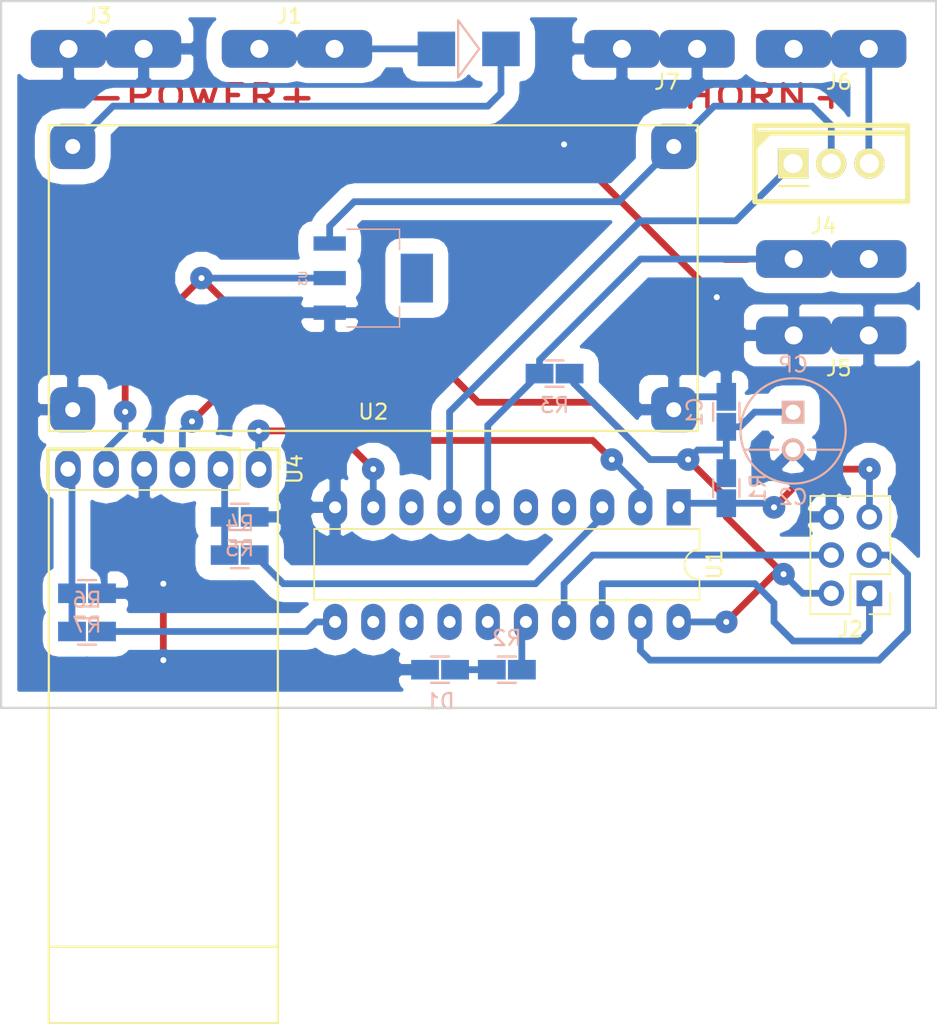
<source format=kicad_pcb>
(kicad_pcb (version 20170920) (host pcbnew "(2017-09-25 revision 6e440ff)-master")

  (general
    (thickness 1.6)
    (drawings 13)
    (tracks 145)
    (zones 0)
    (modules 23)
    (nets 28)
  )

  (page A4)
  (layers
    (0 F.Cu signal)
    (31 B.Cu signal)
    (32 B.Adhes user)
    (33 F.Adhes user)
    (34 B.Paste user)
    (35 F.Paste user)
    (36 B.SilkS user)
    (37 F.SilkS user)
    (38 B.Mask user)
    (39 F.Mask user)
    (40 Dwgs.User user)
    (41 Cmts.User user)
    (42 Eco1.User user)
    (43 Eco2.User user)
    (44 Edge.Cuts user)
    (45 Margin user)
    (46 B.CrtYd user)
    (47 F.CrtYd user)
    (48 B.Fab user)
    (49 F.Fab user)
  )

  (setup
    (last_trace_width 0.45)
    (user_trace_width 0.45)
    (trace_clearance 0.2)
    (zone_clearance 1)
    (zone_45_only no)
    (trace_min 0.2)
    (segment_width 0.2)
    (edge_width 0.15)
    (via_size 1.5)
    (via_drill 0.4)
    (via_min_size 0.4)
    (via_min_drill 0.3)
    (user_via 2 0.4)
    (uvia_size 0.3)
    (uvia_drill 0.1)
    (uvias_allowed no)
    (uvia_min_size 0.2)
    (uvia_min_drill 0.1)
    (pcb_text_width 0.3)
    (pcb_text_size 1.5 1.5)
    (mod_edge_width 0.15)
    (mod_text_size 1 1)
    (mod_text_width 0.15)
    (pad_size 1.524 1.524)
    (pad_drill 0.762)
    (pad_to_mask_clearance 0.2)
    (aux_axis_origin 123.19 82.55)
    (visible_elements FFFFFFFF)
    (pcbplotparams
      (layerselection 0x01000_7ffffffe)
      (usegerberextensions false)
      (usegerberattributes true)
      (usegerberadvancedattributes true)
      (creategerberjobfile true)
      (excludeedgelayer true)
      (linewidth 0.100000)
      (plotframeref false)
      (viasonmask false)
      (mode 1)
      (useauxorigin true)
      (hpglpennumber 1)
      (hpglpenspeed 20)
      (hpglpendiameter 15)
      (psnegative false)
      (psa4output false)
      (plotreference true)
      (plotvalue true)
      (plotinvisibletext false)
      (padsonsilk false)
      (subtractmaskfromsilk false)
      (outputformat 1)
      (mirror false)
      (drillshape 0)
      (scaleselection 1)
      (outputdirectory ""))
  )

  (net 0 "")
  (net 1 +12V)
  (net 2 GND)
  (net 3 "Net-(D1-Pad2)")
  (net 4 "Net-(R2-Pad1)")
  (net 5 "Net-(R4-Pad2)")
  (net 6 "Net-(U1-Pad13)")
  (net 7 "Net-(U1-Pad4)")
  (net 8 "Net-(U1-Pad5)")
  (net 9 "Net-(U1-Pad15)")
  (net 10 "Net-(U1-Pad8)")
  (net 11 "Net-(D2-Pad1)")
  (net 12 "Net-(D2-Pad2)")
  (net 13 +5V)
  (net 14 HORN)
  (net 15 RESET)
  (net 16 TX)
  (net 17 "Net-(R6-Pad2)")
  (net 18 BT_ENABLE)
  (net 19 MISO)
  (net 20 SCK)
  (net 21 MOSI)
  (net 22 BT_STATE)
  (net 23 RX)
  (net 24 "Net-(U1-Pad14)")
  (net 25 "Net-(U1-Pad12)")
  (net 26 "Net-(J6-Pad1)")
  (net 27 "Net-(J4-Pad1)")

  (net_class Default "This is the default net class."
    (clearance 0.2)
    (trace_width 0.25)
    (via_dia 1.5)
    (via_drill 0.4)
    (uvia_dia 0.3)
    (uvia_drill 0.1)
    (add_net +12V)
    (add_net +5V)
    (add_net BT_ENABLE)
    (add_net BT_STATE)
    (add_net GND)
    (add_net HORN)
    (add_net MISO)
    (add_net MOSI)
    (add_net "Net-(D1-Pad2)")
    (add_net "Net-(D2-Pad1)")
    (add_net "Net-(D2-Pad2)")
    (add_net "Net-(J4-Pad1)")
    (add_net "Net-(J6-Pad1)")
    (add_net "Net-(R2-Pad1)")
    (add_net "Net-(R4-Pad2)")
    (add_net "Net-(R6-Pad2)")
    (add_net "Net-(U1-Pad12)")
    (add_net "Net-(U1-Pad13)")
    (add_net "Net-(U1-Pad14)")
    (add_net "Net-(U1-Pad15)")
    (add_net "Net-(U1-Pad4)")
    (add_net "Net-(U1-Pad5)")
    (add_net "Net-(U1-Pad8)")
    (add_net RESET)
    (add_net RX)
    (add_net SCK)
    (add_net TX)
  )

  (module coddingtonbear/coddingtonbear.pretty:0805_Milling (layer B.Cu) (tedit 59D06948) (tstamp 59EFCE95)
    (at 129.54 74.295)
    (descr "Resistor SMD 0805, reflow soldering, Vishay (see dcrcw.pdf)")
    (tags "resistor 0805")
    (path /59CB1C6B)
    (attr smd)
    (fp_text reference R7 (at 0 2.1) (layer B.SilkS)
      (effects (font (size 1 1) (thickness 0.15)) (justify mirror))
    )
    (fp_text value 10k (at 0 -2.1) (layer B.Fab)
      (effects (font (size 1 1) (thickness 0.15)) (justify mirror))
    )
    (fp_line (start -0.6 0.875) (end 0.6 0.875) (layer B.SilkS) (width 0.15))
    (fp_line (start 0.6 -0.875) (end -0.6 -0.875) (layer B.SilkS) (width 0.15))
    (pad 2 smd rect (at 1 0) (size 1.85 1.3) (layers B.Cu B.Paste B.Mask)
      (net 2 GND))
    (pad 1 smd rect (at -1 0) (size 1.85 1.3) (layers B.Cu B.Paste B.Mask)
      (net 17 "Net-(R6-Pad2)"))
    (model Resistors_SMD.3dshapes/R_0805.wrl
      (at (xyz 0 0 0))
      (scale (xyz 1 1 1))
      (rotate (xyz 0 0 0))
    )
  )

  (module coddingtonbear/coddingtonbear.pretty:0805_Milling (layer B.Cu) (tedit 59D06948) (tstamp 59EFCE8D)
    (at 129.54 76.835 180)
    (descr "Resistor SMD 0805, reflow soldering, Vishay (see dcrcw.pdf)")
    (tags "resistor 0805")
    (path /59CB1C2F)
    (attr smd)
    (fp_text reference R6 (at 0 2.1 180) (layer B.SilkS)
      (effects (font (size 1 1) (thickness 0.15)) (justify mirror))
    )
    (fp_text value 6.8k (at 0 -2.1 180) (layer B.Fab)
      (effects (font (size 1 1) (thickness 0.15)) (justify mirror))
    )
    (fp_line (start -0.6 0.875) (end 0.6 0.875) (layer B.SilkS) (width 0.15))
    (fp_line (start 0.6 -0.875) (end -0.6 -0.875) (layer B.SilkS) (width 0.15))
    (pad 2 smd rect (at 1 0 180) (size 1.85 1.3) (layers B.Cu B.Paste B.Mask)
      (net 17 "Net-(R6-Pad2)"))
    (pad 1 smd rect (at -1 0 180) (size 1.85 1.3) (layers B.Cu B.Paste B.Mask)
      (net 18 BT_ENABLE))
    (model Resistors_SMD.3dshapes/R_0805.wrl
      (at (xyz 0 0 0))
      (scale (xyz 1 1 1))
      (rotate (xyz 0 0 0))
    )
  )

  (module coddingtonbear/coddingtonbear.pretty:0805_Milling (layer B.Cu) (tedit 59D06948) (tstamp 59EFCE85)
    (at 139.7 69.215)
    (descr "Resistor SMD 0805, reflow soldering, Vishay (see dcrcw.pdf)")
    (tags "resistor 0805")
    (path /59CB1BF7)
    (attr smd)
    (fp_text reference R5 (at 0 2.1) (layer B.SilkS)
      (effects (font (size 1 1) (thickness 0.15)) (justify mirror))
    )
    (fp_text value 10k (at 0 -2.1) (layer B.Fab)
      (effects (font (size 1 1) (thickness 0.15)) (justify mirror))
    )
    (fp_line (start -0.6 0.875) (end 0.6 0.875) (layer B.SilkS) (width 0.15))
    (fp_line (start 0.6 -0.875) (end -0.6 -0.875) (layer B.SilkS) (width 0.15))
    (pad 2 smd rect (at 1 0) (size 1.85 1.3) (layers B.Cu B.Paste B.Mask)
      (net 2 GND))
    (pad 1 smd rect (at -1 0) (size 1.85 1.3) (layers B.Cu B.Paste B.Mask)
      (net 5 "Net-(R4-Pad2)"))
    (model Resistors_SMD.3dshapes/R_0805.wrl
      (at (xyz 0 0 0))
      (scale (xyz 1 1 1))
      (rotate (xyz 0 0 0))
    )
  )

  (module coddingtonbear/coddingtonbear.pretty:0805_Milling (layer B.Cu) (tedit 59D06948) (tstamp 5A00832C)
    (at 139.7 71.755 180)
    (descr "Resistor SMD 0805, reflow soldering, Vishay (see dcrcw.pdf)")
    (tags "resistor 0805")
    (path /59CB1BA0)
    (attr smd)
    (fp_text reference R4 (at 0 2.1 180) (layer B.SilkS)
      (effects (font (size 1 1) (thickness 0.15)) (justify mirror))
    )
    (fp_text value 6.8k (at 0 -2.1 180) (layer B.Fab)
      (effects (font (size 1 1) (thickness 0.15)) (justify mirror))
    )
    (fp_line (start -0.6 0.875) (end 0.6 0.875) (layer B.SilkS) (width 0.15))
    (fp_line (start 0.6 -0.875) (end -0.6 -0.875) (layer B.SilkS) (width 0.15))
    (pad 2 smd rect (at 1 0 180) (size 1.85 1.3) (layers B.Cu B.Paste B.Mask)
      (net 5 "Net-(R4-Pad2)"))
    (pad 1 smd rect (at -1 0 180) (size 1.85 1.3) (layers B.Cu B.Paste B.Mask)
      (net 16 TX))
    (model Resistors_SMD.3dshapes/R_0805.wrl
      (at (xyz 0 0 0))
      (scale (xyz 1 1 1))
      (rotate (xyz 0 0 0))
    )
  )

  (module coddingtonbear/coddingtonbear.pretty:0805_Milling (layer B.Cu) (tedit 59D06948) (tstamp 5A008324)
    (at 160.655 59.69)
    (descr "Resistor SMD 0805, reflow soldering, Vishay (see dcrcw.pdf)")
    (tags "resistor 0805")
    (path /59C9BE7F)
    (attr smd)
    (fp_text reference R3 (at 0 2.1) (layer B.SilkS)
      (effects (font (size 1 1) (thickness 0.15)) (justify mirror))
    )
    (fp_text value 10k (at 0 -2.1) (layer B.Fab)
      (effects (font (size 1 1) (thickness 0.15)) (justify mirror))
    )
    (fp_line (start -0.6 0.875) (end 0.6 0.875) (layer B.SilkS) (width 0.15))
    (fp_line (start 0.6 -0.875) (end -0.6 -0.875) (layer B.SilkS) (width 0.15))
    (pad 2 smd rect (at 1 0) (size 1.85 1.3) (layers B.Cu B.Paste B.Mask)
      (net 13 +5V))
    (pad 1 smd rect (at -1 0) (size 1.85 1.3) (layers B.Cu B.Paste B.Mask)
      (net 27 "Net-(J4-Pad1)"))
    (model Resistors_SMD.3dshapes/R_0805.wrl
      (at (xyz 0 0 0))
      (scale (xyz 1 1 1))
      (rotate (xyz 0 0 0))
    )
  )

  (module coddingtonbear/coddingtonbear.pretty:0805_Milling (layer B.Cu) (tedit 59D06948) (tstamp 5A00831C)
    (at 157.48 79.375 180)
    (descr "Resistor SMD 0805, reflow soldering, Vishay (see dcrcw.pdf)")
    (tags "resistor 0805")
    (path /59C9C85B)
    (attr smd)
    (fp_text reference R2 (at 0 2.1 180) (layer B.SilkS)
      (effects (font (size 1 1) (thickness 0.15)) (justify mirror))
    )
    (fp_text value 1k (at 0 -2.1 180) (layer B.Fab)
      (effects (font (size 1 1) (thickness 0.15)) (justify mirror))
    )
    (fp_line (start -0.6 0.875) (end 0.6 0.875) (layer B.SilkS) (width 0.15))
    (fp_line (start 0.6 -0.875) (end -0.6 -0.875) (layer B.SilkS) (width 0.15))
    (pad 2 smd rect (at 1 0 180) (size 1.85 1.3) (layers B.Cu B.Paste B.Mask)
      (net 3 "Net-(D1-Pad2)"))
    (pad 1 smd rect (at -1 0 180) (size 1.85 1.3) (layers B.Cu B.Paste B.Mask)
      (net 4 "Net-(R2-Pad1)"))
    (model Resistors_SMD.3dshapes/R_0805.wrl
      (at (xyz 0 0 0))
      (scale (xyz 1 1 1))
      (rotate (xyz 0 0 0))
    )
  )

  (module coddingtonbear/coddingtonbear.pretty:0805_Milling (layer B.Cu) (tedit 59D06948) (tstamp 5A008314)
    (at 172.085 67.31 90)
    (descr "Resistor SMD 0805, reflow soldering, Vishay (see dcrcw.pdf)")
    (tags "resistor 0805")
    (path /59C9EA98)
    (attr smd)
    (fp_text reference R1 (at 0 2.1 90) (layer B.SilkS)
      (effects (font (size 1 1) (thickness 0.15)) (justify mirror))
    )
    (fp_text value 10k (at 0 -2.1 90) (layer B.Fab)
      (effects (font (size 1 1) (thickness 0.15)) (justify mirror))
    )
    (fp_line (start -0.6 0.875) (end 0.6 0.875) (layer B.SilkS) (width 0.15))
    (fp_line (start 0.6 -0.875) (end -0.6 -0.875) (layer B.SilkS) (width 0.15))
    (pad 2 smd rect (at 1 0 90) (size 1.85 1.3) (layers B.Cu B.Paste B.Mask)
      (net 13 +5V))
    (pad 1 smd rect (at -1 0 90) (size 1.85 1.3) (layers B.Cu B.Paste B.Mask)
      (net 15 RESET))
    (model Resistors_SMD.3dshapes/R_0805.wrl
      (at (xyz 0 0 0))
      (scale (xyz 1 1 1))
      (rotate (xyz 0 0 0))
    )
  )

  (module coddingtonbear/coddingtonbear.pretty:0805_Milling (layer B.Cu) (tedit 59D06948) (tstamp 5A00830C)
    (at 153.035 79.375)
    (descr "Resistor SMD 0805, reflow soldering, Vishay (see dcrcw.pdf)")
    (tags "resistor 0805")
    (path /59C9C724)
    (attr smd)
    (fp_text reference D1 (at 0 2.1) (layer B.SilkS)
      (effects (font (size 1 1) (thickness 0.15)) (justify mirror))
    )
    (fp_text value RED (at 0 -2.1) (layer B.Fab)
      (effects (font (size 1 1) (thickness 0.15)) (justify mirror))
    )
    (fp_line (start -0.6 0.875) (end 0.6 0.875) (layer B.SilkS) (width 0.15))
    (fp_line (start 0.6 -0.875) (end -0.6 -0.875) (layer B.SilkS) (width 0.15))
    (pad 2 smd rect (at 1 0) (size 1.85 1.3) (layers B.Cu B.Paste B.Mask)
      (net 3 "Net-(D1-Pad2)"))
    (pad 1 smd rect (at -1 0) (size 1.85 1.3) (layers B.Cu B.Paste B.Mask)
      (net 2 GND))
    (model Resistors_SMD.3dshapes/R_0805.wrl
      (at (xyz 0 0 0))
      (scale (xyz 1 1 1))
      (rotate (xyz 0 0 0))
    )
  )

  (module coddingtonbear/coddingtonbear.pretty:0805_Milling (layer B.Cu) (tedit 59D06948) (tstamp 5A008304)
    (at 172.085 62.23 270)
    (descr "Resistor SMD 0805, reflow soldering, Vishay (see dcrcw.pdf)")
    (tags "resistor 0805")
    (path /59C9E84C)
    (attr smd)
    (fp_text reference C1 (at 0 2.1 270) (layer B.SilkS)
      (effects (font (size 1 1) (thickness 0.15)) (justify mirror))
    )
    (fp_text value 0.1u (at 0 -2.1 270) (layer B.Fab)
      (effects (font (size 1 1) (thickness 0.15)) (justify mirror))
    )
    (fp_line (start -0.6 0.875) (end 0.6 0.875) (layer B.SilkS) (width 0.15))
    (fp_line (start 0.6 -0.875) (end -0.6 -0.875) (layer B.SilkS) (width 0.15))
    (pad 2 smd rect (at 1 0 270) (size 1.85 1.3) (layers B.Cu B.Paste B.Mask)
      (net 13 +5V))
    (pad 1 smd rect (at -1 0 270) (size 1.85 1.3) (layers B.Cu B.Paste B.Mask)
      (net 2 GND))
    (model Resistors_SMD.3dshapes/R_0805.wrl
      (at (xyz 0 0 0))
      (scale (xyz 1 1 1))
      (rotate (xyz 0 0 0))
    )
  )

  (module coddingtonbear/coddingtonbear.pretty:TAB (layer F.Cu) (tedit 59D063AF) (tstamp 59F517F0)
    (at 167.64 38.1)
    (path /59D065E7)
    (fp_text reference J7 (at 0.5 2.2) (layer F.SilkS)
      (effects (font (size 1 1) (thickness 0.15)))
    )
    (fp_text value HORN- (at 0.1 -2) (layer F.Fab)
      (effects (font (size 1 1) (thickness 0.15)))
    )
    (pad 1 thru_hole roundrect (at -2.5 0) (size 5 2.5) (drill 1.2) (layers *.Cu *.Mask)(roundrect_rratio 0.25)
      (net 2 GND))
    (pad 1 thru_hole roundrect (at 2.5 0) (size 5 2.5) (drill 1.2) (layers *.Cu *.Mask)(roundrect_rratio 0.25)
      (net 2 GND))
  )

  (module coddingtonbear/coddingtonbear.pretty:TAB (layer F.Cu) (tedit 59D063AF) (tstamp 59F517EA)
    (at 179.07 38.1)
    (path /59D064F1)
    (fp_text reference J6 (at 0.5 2.2) (layer F.SilkS)
      (effects (font (size 1 1) (thickness 0.15)))
    )
    (fp_text value HORN+ (at 0.1 -2) (layer F.Fab)
      (effects (font (size 1 1) (thickness 0.15)))
    )
    (pad 1 thru_hole roundrect (at 2.5 0) (size 5 2.5) (drill 1.2) (layers *.Cu *.Mask)(roundrect_rratio 0.25)
      (net 26 "Net-(J6-Pad1)"))
    (pad 1 thru_hole roundrect (at -2.5 0) (size 5 2.5) (drill 1.2) (layers *.Cu *.Mask)(roundrect_rratio 0.25)
      (net 26 "Net-(J6-Pad1)"))
  )

  (module coddingtonbear/coddingtonbear.pretty:TAB (layer F.Cu) (tedit 59D063AF) (tstamp 59F517E4)
    (at 179.07 57.15)
    (path /59D0722C)
    (fp_text reference J5 (at 0.5 2.2) (layer F.SilkS)
      (effects (font (size 1 1) (thickness 0.15)))
    )
    (fp_text value BUTTON+ (at 0.1 -2) (layer F.Fab)
      (effects (font (size 1 1) (thickness 0.15)))
    )
    (pad 1 thru_hole roundrect (at -2.5 0) (size 5 2.5) (drill 1.2) (layers *.Cu *.Mask)(roundrect_rratio 0.25)
      (net 2 GND))
    (pad 1 thru_hole roundrect (at 2.5 0) (size 5 2.5) (drill 1.2) (layers *.Cu *.Mask)(roundrect_rratio 0.25)
      (net 2 GND))
  )

  (module coddingtonbear/coddingtonbear.pretty:TAB (layer F.Cu) (tedit 59D063AF) (tstamp 59F517DE)
    (at 179.07 52.07 180)
    (path /59D07121)
    (fp_text reference J4 (at 0.5 2.2 180) (layer F.SilkS)
      (effects (font (size 1 1) (thickness 0.15)))
    )
    (fp_text value BUTTON- (at 0.1 -2 180) (layer F.Fab)
      (effects (font (size 1 1) (thickness 0.15)))
    )
    (pad 1 thru_hole roundrect (at 2.5 0 180) (size 5 2.5) (drill 1.2) (layers *.Cu *.Mask)(roundrect_rratio 0.25)
      (net 27 "Net-(J4-Pad1)"))
    (pad 1 thru_hole roundrect (at -2.5 0 180) (size 5 2.5) (drill 1.2) (layers *.Cu *.Mask)(roundrect_rratio 0.25)
      (net 27 "Net-(J4-Pad1)"))
  )

  (module coddingtonbear/coddingtonbear.pretty:TAB (layer F.Cu) (tedit 59D063AF) (tstamp 59F517D4)
    (at 130.81 38.1 180)
    (path /59D06C6F)
    (fp_text reference J3 (at 0.5 2.2 180) (layer F.SilkS)
      (effects (font (size 1 1) (thickness 0.15)))
    )
    (fp_text value GND (at 0.1 -2 180) (layer F.Fab)
      (effects (font (size 1 1) (thickness 0.15)))
    )
    (pad 1 thru_hole roundrect (at -2.5 0 180) (size 5 2.5) (drill 1.2) (layers *.Cu *.Mask)(roundrect_rratio 0.25)
      (net 2 GND))
    (pad 1 thru_hole roundrect (at 2.5 0 180) (size 5 2.5) (drill 1.2) (layers *.Cu *.Mask)(roundrect_rratio 0.25)
      (net 2 GND))
  )

  (module coddingtonbear/coddingtonbear.pretty:TAB (layer F.Cu) (tedit 59D063AF) (tstamp 59F517CF)
    (at 143.51 38.1 180)
    (path /59D06BF2)
    (fp_text reference J1 (at 0.5 2.2 180) (layer F.SilkS)
      (effects (font (size 1 1) (thickness 0.15)))
    )
    (fp_text value VCC (at 0.1 -2 180) (layer F.Fab)
      (effects (font (size 1 1) (thickness 0.15)))
    )
    (pad 1 thru_hole roundrect (at 2.5 0 180) (size 5 2.5) (drill 1.2) (layers *.Cu *.Mask)(roundrect_rratio 0.25)
      (net 12 "Net-(D2-Pad2)"))
    (pad 1 thru_hole roundrect (at -2.5 0 180) (size 5 2.5) (drill 1.2) (layers *.Cu *.Mask)(roundrect_rratio 0.25)
      (net 12 "Net-(D2-Pad2)"))
  )

  (module KiCad/Pin_Headers.pretty:Pin_Header_Straight_1x06_Pitch2.54mm (layer F.Cu) (tedit 59CC7EDA) (tstamp 5A008384)
    (at 140.97 66.04 270)
    (descr "Through hole straight pin header, 1x06, 2.54mm pitch, single row")
    (tags "Through hole pin header THT 1x06 2.54mm single row")
    (path /59C9F16B)
    (fp_text reference U4 (at 0 -2.39 270) (layer F.SilkS)
      (effects (font (size 1 1) (thickness 0.15)))
    )
    (fp_text value HC-05_breakout (at 0 15.09 270) (layer F.Fab)
      (effects (font (size 1 1) (thickness 0.15)))
    )
    (fp_line (start -1.27 -1.27) (end -1.27 13.97) (layer F.Fab) (width 0.1))
    (fp_line (start -1.27 13.97) (end 1.27 13.97) (layer F.Fab) (width 0.1))
    (fp_line (start 1.27 13.97) (end 1.27 -1.27) (layer F.Fab) (width 0.1))
    (fp_line (start 1.27 -1.27) (end -1.27 -1.27) (layer F.Fab) (width 0.1))
    (fp_line (start -1.39 1.27) (end -1.39 14.09) (layer F.SilkS) (width 0.12))
    (fp_line (start -1.39 14.09) (end 1.39 14.09) (layer F.SilkS) (width 0.12))
    (fp_line (start 1.39 14.09) (end 1.39 1.27) (layer F.SilkS) (width 0.12))
    (fp_line (start 1.39 1.27) (end -1.39 1.27) (layer F.SilkS) (width 0.12))
    (fp_line (start -1.39 0) (end -1.39 -1.39) (layer F.SilkS) (width 0.12))
    (fp_line (start -1.39 -1.39) (end 0 -1.39) (layer F.SilkS) (width 0.12))
    (fp_line (start -1.6 -1.6) (end -1.6 14.3) (layer F.CrtYd) (width 0.05))
    (fp_line (start -1.6 14.3) (end 1.6 14.3) (layer F.CrtYd) (width 0.05))
    (fp_line (start 1.6 14.3) (end 1.6 -1.6) (layer F.CrtYd) (width 0.05))
    (fp_line (start 1.6 -1.6) (end -1.6 -1.6) (layer F.CrtYd) (width 0.05))
    (fp_line (start -1.27 13.97) (end -1.27 -1.27) (layer F.SilkS) (width 0.15))
    (fp_line (start 36.83 13.97) (end -1.27 13.97) (layer F.SilkS) (width 0.15))
    (fp_line (start 36.83 -1.27) (end 36.83 13.97) (layer F.SilkS) (width 0.15))
    (fp_line (start -1.27 -1.27) (end 36.83 -1.27) (layer F.SilkS) (width 0.15))
    (fp_line (start 31.75 -1.27) (end 31.75 13.97) (layer F.SilkS) (width 0.15))
    (pad 1 thru_hole oval (at 0 0 270) (size 2.5 1.7) (drill 1) (layers *.Cu *.Mask)
      (net 22 BT_STATE))
    (pad 2 thru_hole oval (at 0 2.54 270) (size 2.5 1.7) (drill 1) (layers *.Cu *.Mask)
      (net 5 "Net-(R4-Pad2)"))
    (pad 3 thru_hole oval (at 0 5.08 270) (size 2.5 1.7) (drill 1) (layers *.Cu *.Mask)
      (net 23 RX))
    (pad 4 thru_hole oval (at 0 7.62 270) (size 2.5 1.7) (drill 1) (layers *.Cu *.Mask)
      (net 2 GND))
    (pad 5 thru_hole oval (at 0 10.16 270) (size 2.5 1.7) (drill 1) (layers *.Cu *.Mask)
      (net 13 +5V))
    (pad 6 thru_hole oval (at 0 12.7 270) (size 2.5 1.7) (drill 1) (layers *.Cu *.Mask)
      (net 17 "Net-(R6-Pad2)"))
    (model Pin_Headers.3dshapes/Pin_Header_Straight_1x06_Pitch2.54mm.wrl
      (at (xyz 0 -0.25 0))
      (scale (xyz 1 1 1))
      (rotate (xyz 0 0 90))
    )
  )

  (module usagi1975/kicad_mod.pretty:Capacitor_Electrolytic_D6.3xP2.5 (layer B.Cu) (tedit 54D6A3C9) (tstamp 5A5C82AF)
    (at 176.53 63.5)
    (descr "Capacitor, pol, cyl 5x6mm")
    (path /59C9EFEC)
    (fp_text reference C2 (at 0 4.4) (layer B.SilkS)
      (effects (font (size 1 1) (thickness 0.15)) (justify mirror))
    )
    (fp_text value CP (at 0 -4.4) (layer B.SilkS)
      (effects (font (size 1 1) (thickness 0.15)) (justify mirror))
    )
    (fp_line (start -1 1.25) (end -3.25 1.25) (layer B.SilkS) (width 0.15))
    (fp_line (start 1 1.25) (end 3.25 1.25) (layer B.SilkS) (width 0.15))
    (fp_circle (center 0 0) (end 3.5 0) (layer B.SilkS) (width 0.15))
    (pad 1 thru_hole rect (at 0 -1.25) (size 1.5 1.5) (drill 1) (layers *.Cu *.Mask B.SilkS)
      (net 13 +5V))
    (pad 2 thru_hole circle (at 0 1.25) (size 1.5 1.5) (drill 1) (layers *.Cu *.Mask B.SilkS)
      (net 2 GND))
    (model discret/Capacitor/cp_5x6mm.wrl
      (at (xyz 0 0 0))
      (scale (xyz 1 1 1))
      (rotate (xyz 0 0 0))
    )
  )

  (module adamgreig/agg-kicad/agg.pretty:DO-214AA-SMB (layer B.Cu) (tedit 5770EBF8) (tstamp 5A38455E)
    (at 154.94 38.1 180)
    (path /59C9EA7C)
    (fp_text reference D2 (at -4.35 0 90) (layer B.Fab)
      (effects (font (size 1 1) (thickness 0.15)) (justify mirror))
    )
    (fp_text value D (at 4.35 0 90) (layer B.Fab)
      (effects (font (size 1 1) (thickness 0.15)) (justify mirror))
    )
    (fp_line (start -2.3 1.97) (end 2.3 1.97) (layer B.Fab) (width 0.01))
    (fp_line (start 2.3 1.97) (end 2.3 -1.97) (layer B.Fab) (width 0.01))
    (fp_line (start 2.3 -1.97) (end -2.3 -1.97) (layer B.Fab) (width 0.01))
    (fp_line (start -2.3 -1.97) (end -2.3 1.97) (layer B.Fab) (width 0.01))
    (fp_line (start -1.15 1.97) (end -1.15 -1.97) (layer B.Fab) (width 0.01))
    (fp_line (start -2.8 1.105) (end -2.8 -1.105) (layer B.Fab) (width 0.01))
    (fp_line (start -2.8 1.105) (end -2.3 1.105) (layer B.Fab) (width 0.01))
    (fp_line (start -2.8 -1.105) (end -2.3 -1.105) (layer B.Fab) (width 0.01))
    (fp_line (start 2.8 1.105) (end 2.8 -1.105) (layer B.Fab) (width 0.01))
    (fp_line (start 2.8 1.105) (end 2.3 1.105) (layer B.Fab) (width 0.01))
    (fp_line (start 2.8 -1.105) (end 2.3 -1.105) (layer B.Fab) (width 0.01))
    (fp_line (start -0.7 0) (end 0.7 1.895) (layer B.SilkS) (width 0.15))
    (fp_line (start -0.7 0) (end 0.7 -1.895) (layer B.SilkS) (width 0.15))
    (fp_line (start 0.7 1.895) (end 0.7 -1.895) (layer B.SilkS) (width 0.15))
    (fp_line (start -3.65 2.25) (end 3.65 2.25) (layer B.CrtYd) (width 0.01))
    (fp_line (start 3.65 2.25) (end 3.65 -2.25) (layer B.CrtYd) (width 0.01))
    (fp_line (start 3.65 -2.25) (end -3.65 -2.25) (layer B.CrtYd) (width 0.01))
    (fp_line (start -3.65 -2.25) (end -3.65 2.25) (layer B.CrtYd) (width 0.01))
    (pad 1 smd rect (at -2.15 0 180) (size 2.5 2.3) (layers B.Cu B.Paste B.Mask)
      (net 11 "Net-(D2-Pad1)"))
    (pad 2 smd rect (at 2.15 0 180) (size 2.5 2.3) (layers B.Cu B.Paste B.Mask)
      (net 12 "Net-(D2-Pad2)"))
    (model ${KISYS3DMOD}/Diodes_SMD.3dshapes/SMB_Standard.wrl
      (at (xyz 0 0 0))
      (scale (xyz 0.3937 0.3937 0.3937))
      (rotate (xyz 0 0 180))
    )
  )

  (module KiCad/Housings_DIP.pretty:DIP-20_W7.62mm_LongPads (layer F.Cu) (tedit 586281B5) (tstamp 5A0083E8)
    (at 168.91 68.58 270)
    (descr "20-lead dip package, row spacing 7.62 mm (300 mils), LongPads")
    (tags "DIL DIP PDIP 2.54mm 7.62mm 300mil LongPads")
    (path /59C9BBF9)
    (fp_text reference U1 (at 3.81 -2.39 270) (layer F.SilkS)
      (effects (font (size 1 1) (thickness 0.15)))
    )
    (fp_text value ATTINY2313-20PU (at 3.81 25.25 270) (layer F.Fab)
      (effects (font (size 1 1) (thickness 0.15)))
    )
    (fp_arc (start 3.81 -1.39) (end 2.81 -1.39) (angle -180) (layer F.SilkS) (width 0.12))
    (fp_line (start 1.635 -1.27) (end 6.985 -1.27) (layer F.Fab) (width 0.1))
    (fp_line (start 6.985 -1.27) (end 6.985 24.13) (layer F.Fab) (width 0.1))
    (fp_line (start 6.985 24.13) (end 0.635 24.13) (layer F.Fab) (width 0.1))
    (fp_line (start 0.635 24.13) (end 0.635 -0.27) (layer F.Fab) (width 0.1))
    (fp_line (start 0.635 -0.27) (end 1.635 -1.27) (layer F.Fab) (width 0.1))
    (fp_line (start 2.81 -1.39) (end 1.44 -1.39) (layer F.SilkS) (width 0.12))
    (fp_line (start 1.44 -1.39) (end 1.44 24.25) (layer F.SilkS) (width 0.12))
    (fp_line (start 1.44 24.25) (end 6.18 24.25) (layer F.SilkS) (width 0.12))
    (fp_line (start 6.18 24.25) (end 6.18 -1.39) (layer F.SilkS) (width 0.12))
    (fp_line (start 6.18 -1.39) (end 4.81 -1.39) (layer F.SilkS) (width 0.12))
    (fp_line (start -1.5 -1.6) (end -1.5 24.4) (layer F.CrtYd) (width 0.05))
    (fp_line (start -1.5 24.4) (end 9.1 24.4) (layer F.CrtYd) (width 0.05))
    (fp_line (start 9.1 24.4) (end 9.1 -1.6) (layer F.CrtYd) (width 0.05))
    (fp_line (start 9.1 -1.6) (end -1.5 -1.6) (layer F.CrtYd) (width 0.05))
    (pad 1 thru_hole rect (at 0 0 270) (size 2.4 1.6) (drill 0.8) (layers *.Cu *.Mask)
      (net 15 RESET))
    (pad 11 thru_hole oval (at 7.62 22.86 270) (size 2.4 1.6) (drill 0.8) (layers *.Cu *.Mask)
      (net 18 BT_ENABLE))
    (pad 2 thru_hole oval (at 0 2.54 270) (size 2.4 1.6) (drill 0.8) (layers *.Cu *.Mask)
      (net 23 RX))
    (pad 12 thru_hole oval (at 7.62 20.32 270) (size 2.4 1.6) (drill 0.8) (layers *.Cu *.Mask)
      (net 25 "Net-(U1-Pad12)"))
    (pad 3 thru_hole oval (at 0 5.08 270) (size 2.4 1.6) (drill 0.8) (layers *.Cu *.Mask)
      (net 16 TX))
    (pad 13 thru_hole oval (at 7.62 17.78 270) (size 2.4 1.6) (drill 0.8) (layers *.Cu *.Mask)
      (net 6 "Net-(U1-Pad13)"))
    (pad 4 thru_hole oval (at 0 7.62 270) (size 2.4 1.6) (drill 0.8) (layers *.Cu *.Mask)
      (net 7 "Net-(U1-Pad4)"))
    (pad 14 thru_hole oval (at 7.62 15.24 270) (size 2.4 1.6) (drill 0.8) (layers *.Cu *.Mask)
      (net 24 "Net-(U1-Pad14)"))
    (pad 5 thru_hole oval (at 0 10.16 270) (size 2.4 1.6) (drill 0.8) (layers *.Cu *.Mask)
      (net 8 "Net-(U1-Pad5)"))
    (pad 15 thru_hole oval (at 7.62 12.7 270) (size 2.4 1.6) (drill 0.8) (layers *.Cu *.Mask)
      (net 9 "Net-(U1-Pad15)"))
    (pad 6 thru_hole oval (at 0 12.7 270) (size 2.4 1.6) (drill 0.8) (layers *.Cu *.Mask)
      (net 27 "Net-(J4-Pad1)"))
    (pad 16 thru_hole oval (at 7.62 10.16 270) (size 2.4 1.6) (drill 0.8) (layers *.Cu *.Mask)
      (net 4 "Net-(R2-Pad1)"))
    (pad 7 thru_hole oval (at 0 15.24 270) (size 2.4 1.6) (drill 0.8) (layers *.Cu *.Mask)
      (net 14 HORN))
    (pad 17 thru_hole oval (at 7.62 7.62 270) (size 2.4 1.6) (drill 0.8) (layers *.Cu *.Mask)
      (net 21 MOSI))
    (pad 8 thru_hole oval (at 0 17.78 270) (size 2.4 1.6) (drill 0.8) (layers *.Cu *.Mask)
      (net 10 "Net-(U1-Pad8)"))
    (pad 18 thru_hole oval (at 7.62 5.08 270) (size 2.4 1.6) (drill 0.8) (layers *.Cu *.Mask)
      (net 19 MISO))
    (pad 9 thru_hole oval (at 0 20.32 270) (size 2.4 1.6) (drill 0.8) (layers *.Cu *.Mask)
      (net 22 BT_STATE))
    (pad 19 thru_hole oval (at 7.62 2.54 270) (size 2.4 1.6) (drill 0.8) (layers *.Cu *.Mask)
      (net 20 SCK))
    (pad 10 thru_hole oval (at 0 22.86 270) (size 2.4 1.6) (drill 0.8) (layers *.Cu *.Mask)
      (net 2 GND))
    (pad 20 thru_hole oval (at 7.62 0 270) (size 2.4 1.6) (drill 0.8) (layers *.Cu *.Mask)
      (net 13 +5V))
    (model Housings_DIP.3dshapes/DIP-20_W7.62mm_LongPads.wrl
      (at (xyz 0 0 0))
      (scale (xyz 1 1 1))
      (rotate (xyz 0 0 0))
    )
  )

  (module KiCad/Pin_Headers.pretty:Pin_Header_Straight_2x03_Pitch2.54mm (layer F.Cu) (tedit 5862ED53) (tstamp 5A008352)
    (at 181.61 74.295 180)
    (descr "Through hole straight pin header, 2x03, 2.54mm pitch, double rows")
    (tags "Through hole pin header THT 2x03 2.54mm double row")
    (path /59CB3FA3)
    (fp_text reference J2 (at 1.27 -2.39 180) (layer F.SilkS)
      (effects (font (size 1 1) (thickness 0.15)))
    )
    (fp_text value PROG (at 1.27 7.47 180) (layer F.Fab)
      (effects (font (size 1 1) (thickness 0.15)))
    )
    (fp_line (start -1.27 -1.27) (end -1.27 6.35) (layer F.Fab) (width 0.1))
    (fp_line (start -1.27 6.35) (end 3.81 6.35) (layer F.Fab) (width 0.1))
    (fp_line (start 3.81 6.35) (end 3.81 -1.27) (layer F.Fab) (width 0.1))
    (fp_line (start 3.81 -1.27) (end -1.27 -1.27) (layer F.Fab) (width 0.1))
    (fp_line (start -1.39 1.27) (end -1.39 6.47) (layer F.SilkS) (width 0.12))
    (fp_line (start -1.39 6.47) (end 3.93 6.47) (layer F.SilkS) (width 0.12))
    (fp_line (start 3.93 6.47) (end 3.93 -1.39) (layer F.SilkS) (width 0.12))
    (fp_line (start 3.93 -1.39) (end 1.27 -1.39) (layer F.SilkS) (width 0.12))
    (fp_line (start 1.27 -1.39) (end 1.27 1.27) (layer F.SilkS) (width 0.12))
    (fp_line (start 1.27 1.27) (end -1.39 1.27) (layer F.SilkS) (width 0.12))
    (fp_line (start -1.39 0) (end -1.39 -1.39) (layer F.SilkS) (width 0.12))
    (fp_line (start -1.39 -1.39) (end 0 -1.39) (layer F.SilkS) (width 0.12))
    (fp_line (start -1.6 -1.6) (end -1.6 6.6) (layer F.CrtYd) (width 0.05))
    (fp_line (start -1.6 6.6) (end 4.1 6.6) (layer F.CrtYd) (width 0.05))
    (fp_line (start 4.1 6.6) (end 4.1 -1.6) (layer F.CrtYd) (width 0.05))
    (fp_line (start 4.1 -1.6) (end -1.6 -1.6) (layer F.CrtYd) (width 0.05))
    (pad 1 thru_hole rect (at 0 0 180) (size 1.7 1.7) (drill 1) (layers *.Cu *.Mask)
      (net 19 MISO))
    (pad 2 thru_hole oval (at 2.54 0 180) (size 1.7 1.7) (drill 1) (layers *.Cu *.Mask)
      (net 13 +5V))
    (pad 3 thru_hole oval (at 0 2.54 180) (size 1.7 1.7) (drill 1) (layers *.Cu *.Mask)
      (net 20 SCK))
    (pad 4 thru_hole oval (at 2.54 2.54 180) (size 1.7 1.7) (drill 1) (layers *.Cu *.Mask)
      (net 21 MOSI))
    (pad 5 thru_hole oval (at 0 5.08 180) (size 1.7 1.7) (drill 1) (layers *.Cu *.Mask)
      (net 15 RESET))
    (pad 6 thru_hole oval (at 2.54 5.08 180) (size 1.7 1.7) (drill 1) (layers *.Cu *.Mask)
      (net 2 GND))
    (model Pin_Headers.3dshapes/Pin_Header_Straight_2x03_Pitch2.54mm.wrl
      (at (xyz 0.05 -0.1 0))
      (scale (xyz 1 1 1))
      (rotate (xyz 0 0 90))
    )
  )

  (module brunoeagle/kicad-open-modules:SOT-223 (layer B.Cu) (tedit 552C379F) (tstamp 5A008338)
    (at 148.59 53.34 90)
    (path /59C9B2A4)
    (fp_text reference U3 (at -0.014 -4.667 -90) (layer B.SilkS)
      (effects (font (size 0.5 0.5) (thickness 0.1)) (justify mirror))
    )
    (fp_text value AP1117-5.0 (at 3.868 0) (layer B.Fab)
      (effects (font (size 0.5 0.5) (thickness 0.1)) (justify mirror))
    )
    (fp_line (start -3.25 -1.75) (end -3.25 1.75) (layer B.SilkS) (width 0.1))
    (fp_line (start -3.25 1.75) (end -1.9 1.75) (layer B.SilkS) (width 0.1))
    (fp_line (start 3.25 1.75) (end 1.9 1.75) (layer B.SilkS) (width 0.1))
    (fp_line (start 3.25 1.75) (end 3.25 -1.75) (layer B.SilkS) (width 0.1))
    (pad 3 smd rect (at 2.3 -2.9 90) (size 0.95 2.15) (layers B.Cu B.Paste B.Mask)
      (net 1 +12V))
    (pad 2 smd rect (at 0 -2.9 90) (size 0.95 2.15) (layers B.Cu B.Paste B.Mask)
      (net 13 +5V))
    (pad 1 smd rect (at -2.3 -2.9 90) (size 0.95 2.15) (layers B.Cu B.Paste B.Mask)
      (net 2 GND))
    (pad 4 smd rect (at 0 2.9 90) (size 3.25 2.15) (layers B.Cu B.Paste B.Mask))
  )

  (module coddingtonbear/coddingtonbear.pretty:BOOST_REGULATOR (layer F.Cu) (tedit 59B5011A) (tstamp 5A0082FC)
    (at 148.59 53.34)
    (path /59C9AB0F)
    (fp_text reference U2 (at 0 8.89) (layer F.SilkS)
      (effects (font (size 1 1) (thickness 0.15)))
    )
    (fp_text value BOOST_REGULATOR (at 0 -8.89) (layer F.Fab)
      (effects (font (size 1 1) (thickness 0.15)))
    )
    (fp_line (start -21.59 10.16) (end -21.59 -10.16) (layer F.SilkS) (width 0.15))
    (fp_line (start 21.59 10.16) (end -21.59 10.16) (layer F.SilkS) (width 0.15))
    (fp_line (start 21.59 -10.16) (end 21.59 10.16) (layer F.SilkS) (width 0.15))
    (fp_line (start -21.59 -10.16) (end 21.59 -10.16) (layer F.SilkS) (width 0.15))
    (pad 1 thru_hole roundrect (at -20 -8.75) (size 3 3) (drill 1) (layers *.Cu *.Mask)(roundrect_rratio 0.25)
      (net 11 "Net-(D2-Pad1)"))
    (pad 2 thru_hole roundrect (at -20 8.75) (size 3 3) (drill 1) (layers *.Cu *.Mask)(roundrect_rratio 0.25)
      (net 2 GND))
    (pad 3 thru_hole roundrect (at 20 -8.75) (size 3 3) (drill 1) (layers *.Cu *.Mask)(roundrect_rratio 0.25)
      (net 1 +12V))
    (pad 4 thru_hole roundrect (at 20 8.75) (size 3 3) (drill 1) (layers *.Cu *.Mask)(roundrect_rratio 0.25)
      (net 2 GND))
  )

  (module cpavlina/kicad-pcblib/pth-semi.pretty:TO-220 (layer F.Cu) (tedit 54CBD66A) (tstamp 5A0082F0)
    (at 179.07 45.72)
    (path /59C9B762)
    (fp_text reference Q1 (at 0 0) (layer F.SilkS)
      (effects (font (size 0.8 0.8) (thickness 0.15)))
    )
    (fp_text value Q_NMOS_GDS (at 0 0) (layer F.Fab)
      (effects (font (size 0.8 0.8) (thickness 0.15)))
    )
    (fp_line (start -5 -1.75) (end -4.75 -2) (layer F.Fab) (width 0.15))
    (fp_line (start -4.5 -2) (end -5 -1.5) (layer F.Fab) (width 0.15))
    (fp_line (start -5 -1.25) (end -4.25 -2) (layer F.Fab) (width 0.15))
    (fp_line (start -4 -2) (end -5 -1) (layer F.Fab) (width 0.15))
    (fp_line (start -5 -2) (end 5 -2) (layer F.Fab) (width 0.15))
    (fp_line (start 5 2.5) (end 5 -2.5) (layer F.Fab) (width 0.15))
    (fp_line (start 5 -2.5) (end -5 -2.5) (layer F.Fab) (width 0.15))
    (fp_line (start -5 -2.5) (end -5 2.5) (layer F.Fab) (width 0.15))
    (fp_line (start -5 2.5) (end 5 2.5) (layer F.Fab) (width 0.15))
    (fp_line (start 5.5 2.75) (end 5.5 -3.25) (layer F.CrtYd) (width 0.15))
    (fp_line (start 5.5 -3.25) (end -5.5 -3.25) (layer F.CrtYd) (width 0.15))
    (fp_line (start -5.5 -3.25) (end -5.5 2.75) (layer F.CrtYd) (width 0.15))
    (fp_line (start -5.5 2.75) (end 5.5 2.75) (layer F.CrtYd) (width 0.15))
    (fp_line (start -3.5 1.5) (end -1.5 1.5) (layer F.SilkS) (width 0.15))
    (fp_line (start -5.0292 -1.1176) (end -4.1656 -1.9812) (layer F.SilkS) (width 0.35))
    (fp_line (start -4.572 -2.032) (end -5.08 -1.524) (layer F.SilkS) (width 0.35))
    (fp_line (start -5.08 -2.032) (end 5.08 -2.032) (layer F.SilkS) (width 0.35))
    (fp_line (start -5.08 -2.54) (end -5.08 2.54) (layer F.SilkS) (width 0.35))
    (fp_line (start -5.08 2.54) (end 5.08 2.54) (layer F.SilkS) (width 0.35))
    (fp_line (start 5.08 2.54) (end 5.08 -2.54) (layer F.SilkS) (width 0.35))
    (fp_line (start 5.08 -2.54) (end -5.08 -2.54) (layer F.SilkS) (width 0.35))
    (pad 2 thru_hole circle (at 0 0) (size 1.99898 1.99898) (drill 1.27) (layers *.Cu *.Mask F.SilkS)
      (net 1 +12V))
    (pad 1 thru_hole rect (at -2.54 0) (size 1.99898 1.99898) (drill 1.27) (layers *.Cu *.Mask F.SilkS)
      (net 14 HORN))
    (pad 3 thru_hole circle (at 2.54 0) (size 1.99898 1.99898) (drill 1.27) (layers *.Cu *.Mask F.SilkS)
      (net 26 "Net-(J6-Pad1)"))
    (model to/to220_std.wrl
      (at (xyz 0 0 0))
      (scale (xyz 1 1 1))
      (rotate (xyz 0 0 0))
    )
  )

  (gr_text ACT (at 181.61 60.96) (layer F.Cu) (tstamp 59F52782)
    (effects (font (size 1.5 2) (thickness 0.3)))
  )
  (gr_text POWER (at 137.16 41.275) (layer F.Cu) (tstamp 59F52777)
    (effects (font (size 1.5 2) (thickness 0.3)))
  )
  (gr_text HORN (at 173.355 41.275) (layer F.Cu)
    (effects (font (size 1.5 2) (thickness 0.3)))
  )
  (gr_text + (at 172.72 57.15) (layer F.Cu) (tstamp 59F5276E)
    (effects (font (size 1.5 2) (thickness 0.3)) (justify mirror))
  )
  (gr_text - (at 172.72 52.07) (layer F.Cu) (tstamp 59F5276C)
    (effects (font (size 1.5 2) (thickness 0.3)) (justify mirror))
  )
  (gr_text + (at 179.07 41.275) (layer F.Cu) (tstamp 59F5276A)
    (effects (font (size 1.5 2) (thickness 0.3)) (justify mirror))
  )
  (gr_text - (at 167.64 41.275) (layer F.Cu) (tstamp 59F52768)
    (effects (font (size 1.5 2) (thickness 0.3)) (justify mirror))
  )
  (gr_text + (at 143.51 41.275) (layer F.Cu) (tstamp 59F52764)
    (effects (font (size 1.5 2) (thickness 0.3)) (justify mirror))
  )
  (gr_text - (at 130.81 41.275) (layer F.Cu)
    (effects (font (size 1.5 2) (thickness 0.3)) (justify mirror))
  )
  (gr_line (start 123.825 81.915) (end 123.825 34.925) (angle 90) (layer Edge.Cuts) (width 0.15))
  (gr_line (start 186.055 81.915) (end 123.825 81.915) (angle 90) (layer Edge.Cuts) (width 0.15))
  (gr_line (start 186.055 34.925) (end 186.055 81.915) (angle 90) (layer Edge.Cuts) (width 0.15))
  (gr_line (start 123.825 34.925) (end 186.055 34.925) (angle 90) (layer Edge.Cuts) (width 0.15))

  (segment (start 145.69 51.04) (end 145.69 49.89) (width 0.45) (layer B.Cu) (net 1) (status 400000))
  (segment (start 164.92 48.26) (end 168.59 44.59) (width 0.45) (layer B.Cu) (net 1) (tstamp 59F52742) (status 800000))
  (segment (start 147.32 48.26) (end 164.92 48.26) (width 0.45) (layer B.Cu) (net 1) (tstamp 59F52741))
  (segment (start 145.69 49.89) (end 147.32 48.26) (width 0.45) (layer B.Cu) (net 1) (tstamp 59F52740))
  (segment (start 179.07 45.72) (end 179.07 43.18) (width 0.45) (layer B.Cu) (net 1) (status 400000))
  (segment (start 171.27 41.91) (end 168.59 44.59) (width 0.45) (layer B.Cu) (net 1) (tstamp 59F5269D) (status 800000))
  (segment (start 177.8 41.91) (end 171.27 41.91) (width 0.45) (layer B.Cu) (net 1) (tstamp 59F5269C))
  (segment (start 179.07 43.18) (end 177.8 41.91) (width 0.45) (layer B.Cu) (net 1) (tstamp 59F5269B))
  (via (at 171.45 54.61) (size 1.5) (drill 0.4) (layers F.Cu B.Cu) (net 2))
  (segment (start 165.14 38.1) (end 165.14 40.6) (width 0.45) (layer B.Cu) (net 2) (tstamp 59F52759) (status 400000))
  (segment (start 161.29 44.45) (end 165.14 40.6) (width 0.45) (layer B.Cu) (net 2) (tstamp 59F52758))
  (via (at 161.29 44.45) (size 1.5) (drill 0.4) (layers F.Cu B.Cu) (net 2))
  (segment (start 161.29 44.45) (end 171.45 54.61) (width 0.45) (layer F.Cu) (net 2) (tstamp 59F52755))
  (via (at 134.62 73.66) (size 1.5) (drill 0.4) (layers F.Cu B.Cu) (net 2))
  (via (at 134.62 78.74) (size 1.5) (drill 0.4) (layers F.Cu B.Cu) (net 2))
  (segment (start 134.62 73.66) (end 134.62 78.74) (width 0.45) (layer F.Cu) (net 2) (tstamp 59CC7FAD))
  (segment (start 172.085 61.23) (end 169.45 61.23) (width 0.45) (layer B.Cu) (net 2) (status C00000))
  (segment (start 169.45 61.23) (end 168.59 62.09) (width 0.45) (layer B.Cu) (net 2) (tstamp 5A271595) (status C00000))
  (segment (start 157.09 38.1) (end 157.09 41.03) (width 0.45) (layer B.Cu) (net 11) (status 400000))
  (segment (start 131.27 41.91) (end 128.59 44.59) (width 0.45) (layer B.Cu) (net 11) (tstamp 59F52691) (status 800000))
  (segment (start 156.21 41.91) (end 131.27 41.91) (width 0.45) (layer B.Cu) (net 11) (tstamp 59F52690))
  (segment (start 157.09 41.03) (end 156.21 41.91) (width 0.45) (layer B.Cu) (net 11) (tstamp 59F5268F))
  (segment (start 146.01 38.1) (end 152.79 38.1) (width 0.45) (layer B.Cu) (net 12) (status C00000))
  (segment (start 141.01 38.1) (end 146.01 38.1) (width 0.45) (layer B.Cu) (net 12) (status C00000))
  (segment (start 161.925 60.325) (end 163.83 62.23) (width 0.45) (layer B.Cu) (net 13) (status 400000))
  (segment (start 167.005 65.405) (end 163.83 62.23) (width 0.45) (layer B.Cu) (net 13) (tstamp 59F526B9))
  (segment (start 167.005 65.405) (end 169.545 65.405) (width 0.45) (layer B.Cu) (net 13))
  (segment (start 161.925 60.325) (end 161.925 59.96) (width 0.45) (layer B.Cu) (net 13) (tstamp 59F52941) (status C00000))
  (segment (start 161.925 59.96) (end 161.655 59.69) (width 0.45) (layer B.Cu) (net 13) (tstamp 59F52942) (status C00000))
  (segment (start 151.765 57.785) (end 141.605 57.785) (width 0.45) (layer F.Cu) (net 13))
  (segment (start 141.605 57.785) (end 137.16 53.34) (width 0.45) (layer F.Cu) (net 13) (tstamp 59F5274F))
  (segment (start 167.005 65.405) (end 163.195 61.595) (width 0.45) (layer F.Cu) (net 13) (tstamp 5A27143F))
  (segment (start 163.195 61.595) (end 155.575 61.595) (width 0.45) (layer F.Cu) (net 13) (tstamp 5A271441))
  (segment (start 155.575 61.595) (end 151.765 57.785) (width 0.45) (layer F.Cu) (net 13) (tstamp 5A271443))
  (segment (start 169.545 65.405) (end 167.005 65.405) (width 0.45) (layer F.Cu) (net 13))
  (segment (start 132.08 62.23) (end 132.08 58.42) (width 0.45) (layer F.Cu) (net 13))
  (segment (start 132.08 58.42) (end 137.16 53.34) (width 0.45) (layer F.Cu) (net 13) (tstamp 59F52747))
  (segment (start 130.81 66.04) (end 130.81 64.77) (width 0.45) (layer B.Cu) (net 13) (status 400000))
  (via (at 132.08 62.23) (size 1.5) (drill 0.4) (layers F.Cu B.Cu) (net 13))
  (segment (start 132.08 63.5) (end 132.08 62.23) (width 0.45) (layer B.Cu) (net 13) (tstamp 5A273564))
  (segment (start 130.81 64.77) (end 132.08 63.5) (width 0.45) (layer B.Cu) (net 13) (tstamp 5A273563))
  (segment (start 137.16 53.34) (end 145.69 53.34) (width 0.45) (layer B.Cu) (net 13) (tstamp 59F5274B) (status 800000))
  (via (at 137.16 53.34) (size 1.5) (drill 0.4) (layers F.Cu B.Cu) (net 13))
  (segment (start 172.085 63.23) (end 172.99 63.23) (width 0.45) (layer B.Cu) (net 13) (status 400000))
  (segment (start 173.97 62.25) (end 176.53 62.25) (width 0.45) (layer B.Cu) (net 13) (tstamp 59F526B0) (status 800000))
  (segment (start 172.99 63.23) (end 173.97 62.25) (width 0.45) (layer B.Cu) (net 13) (tstamp 59F526AF))
  (segment (start 128.59 61.91) (end 128.59 62.09) (width 0.45) (layer B.Cu) (net 2) (tstamp 5A0241C5) (status C00000))
  (segment (start 156.48 79.375) (end 154.035 79.375) (width 0.45) (layer B.Cu) (net 3) (status C00000))
  (segment (start 158.48 79.375) (end 158.48 76.47) (width 0.45) (layer B.Cu) (net 4) (status C00000))
  (segment (start 158.48 76.47) (end 158.75 76.2) (width 0.45) (layer B.Cu) (net 4) (tstamp 5A26FB38) (status C00000))
  (segment (start 172.335 63.48) (end 172.085 63.23) (width 0.45) (layer B.Cu) (net 13) (tstamp 5A271592) (status C00000))
  (segment (start 175.895 73.025) (end 173.99 71.12) (width 0.45) (layer F.Cu) (net 13))
  (segment (start 172.085 67.945) (end 169.545 65.405) (width 0.45) (layer F.Cu) (net 13) (tstamp 5A270AB7))
  (segment (start 172.085 69.215) (end 172.085 67.945) (width 0.45) (layer F.Cu) (net 13) (tstamp 5A270AB6))
  (segment (start 173.99 71.12) (end 172.085 69.215) (width 0.45) (layer F.Cu) (net 13) (tstamp 5A270AB5))
  (segment (start 170.18 64.77) (end 172.085 64.77) (width 0.45) (layer B.Cu) (net 13) (tstamp 5A270ABB))
  (segment (start 169.545 65.405) (end 170.18 64.77) (width 0.45) (layer B.Cu) (net 13) (tstamp 5A270ABA))
  (via (at 169.545 65.405) (size 1.5) (drill 0.4) (layers F.Cu B.Cu) (net 13))
  (segment (start 175.26 73.025) (end 175.895 73.025) (width 0.45) (layer F.Cu) (net 13))
  (segment (start 177.165 74.295) (end 179.07 74.295) (width 0.45) (layer B.Cu) (net 13) (tstamp 5A270AA5) (status 800000))
  (segment (start 175.895 73.025) (end 177.165 74.295) (width 0.45) (layer B.Cu) (net 13) (tstamp 5A270AA4))
  (via (at 175.895 73.025) (size 1.5) (drill 0.4) (layers F.Cu B.Cu) (net 13))
  (segment (start 168.91 76.2) (end 172.085 76.2) (width 0.45) (layer B.Cu) (net 13) (status 400000))
  (segment (start 172.085 76.2) (end 175.26 73.025) (width 0.45) (layer F.Cu) (net 13) (tstamp 5A270A96))
  (via (at 172.085 76.2) (size 1.5) (drill 0.4) (layers F.Cu B.Cu) (net 13))
  (segment (start 172.085 66.31) (end 172.085 64.77) (width 0.45) (layer B.Cu) (net 13) (status 400000))
  (segment (start 172.085 64.77) (end 172.085 63.23) (width 0.45) (layer B.Cu) (net 13) (tstamp 5A270ABE) (status 800000))
  (segment (start 153.67 68.58) (end 153.67 62.23) (width 0.45) (layer B.Cu) (net 14) (status 400000))
  (segment (start 172.72 49.53) (end 176.53 45.72) (width 0.45) (layer B.Cu) (net 14) (tstamp 59F526C9) (status 800000))
  (segment (start 166.37 49.53) (end 172.72 49.53) (width 0.45) (layer B.Cu) (net 14) (tstamp 59F526C7))
  (segment (start 153.67 62.23) (end 166.37 49.53) (width 0.45) (layer B.Cu) (net 14) (tstamp 59F526C5))
  (segment (start 172.085 68.31) (end 174.99 68.31) (width 0.45) (layer B.Cu) (net 15) (status 400000))
  (segment (start 181.61 66.04) (end 181.61 69.215) (width 0.45) (layer B.Cu) (net 15) (tstamp 5A270AC9) (status 800000))
  (via (at 181.61 66.04) (size 1.5) (drill 0.4) (layers F.Cu B.Cu) (net 15))
  (segment (start 177.8 66.04) (end 181.61 66.04) (width 0.45) (layer F.Cu) (net 15) (tstamp 5A270AC5))
  (segment (start 175.26 68.58) (end 177.8 66.04) (width 0.45) (layer F.Cu) (net 15) (tstamp 5A270AC4))
  (via (at 175.26 68.58) (size 1.5) (drill 0.4) (layers F.Cu B.Cu) (net 15))
  (segment (start 174.99 68.31) (end 175.26 68.58) (width 0.45) (layer B.Cu) (net 15) (tstamp 5A270AC1))
  (segment (start 172.085 68.31) (end 169.18 68.31) (width 0.45) (layer B.Cu) (net 15) (status C00000))
  (segment (start 169.18 68.31) (end 168.91 68.58) (width 0.45) (layer B.Cu) (net 15) (tstamp 5A270A90) (status C00000))
  (segment (start 142.605 73.66) (end 142.875 73.66) (width 0.45) (layer B.Cu) (net 16))
  (segment (start 159.385 73.66) (end 142.875 73.66) (width 0.45) (layer B.Cu) (net 16) (tstamp 5A270727))
  (segment (start 159.385 73.66) (end 163.83 69.215) (width 0.45) (layer B.Cu) (net 16) (tstamp 5A270726) (status 800000))
  (segment (start 142.605 73.66) (end 142.24 73.295) (width 0.45) (layer B.Cu) (net 16) (tstamp 5A27072C))
  (segment (start 163.83 68.58) (end 163.83 69.215) (width 0.45) (layer B.Cu) (net 16) (status C00000))
  (segment (start 142.605 73.66) (end 142.24 73.295) (width 0.45) (layer B.Cu) (net 16) (tstamp 5A26FA87))
  (segment (start 142.24 73.295) (end 140.7 71.755) (width 0.45) (layer B.Cu) (net 16) (tstamp 5A27072F) (status 800000))
  (segment (start 146.05 76.2) (end 144.78 76.2) (width 0.45) (layer B.Cu) (net 18) (status 400000))
  (segment (start 144.145 76.835) (end 130.54 76.835) (width 0.45) (layer B.Cu) (net 18) (tstamp 5A26FA7F) (status 800000))
  (segment (start 144.78 76.2) (end 144.145 76.835) (width 0.45) (layer B.Cu) (net 18) (tstamp 5A26FA7E))
  (segment (start 163.83 76.2) (end 163.83 73.66) (width 0.45) (layer B.Cu) (net 19) (status 400000))
  (segment (start 181.61 76.835) (end 181.61 74.295) (width 0.45) (layer B.Cu) (net 19) (tstamp 5A27074D) (status 800000))
  (segment (start 180.975 77.47) (end 181.61 76.835) (width 0.45) (layer B.Cu) (net 19) (tstamp 5A27074C))
  (segment (start 176.53 77.47) (end 180.975 77.47) (width 0.45) (layer B.Cu) (net 19) (tstamp 5A27074B))
  (segment (start 175.26 76.2) (end 176.53 77.47) (width 0.45) (layer B.Cu) (net 19) (tstamp 5A27074A))
  (segment (start 175.26 74.93) (end 175.26 76.2) (width 0.45) (layer B.Cu) (net 19) (tstamp 5A270749))
  (segment (start 173.99 73.66) (end 175.26 74.93) (width 0.45) (layer B.Cu) (net 19) (tstamp 5A270748))
  (segment (start 163.83 73.66) (end 173.99 73.66) (width 0.45) (layer B.Cu) (net 19) (tstamp 5A270747))
  (segment (start 166.37 76.2) (end 166.37 78.105) (width 0.45) (layer B.Cu) (net 20) (status 400000))
  (segment (start 182.88 71.755) (end 181.61 71.755) (width 0.45) (layer B.Cu) (net 20) (tstamp 5A270743) (status 800000))
  (segment (start 184.15 73.025) (end 182.88 71.755) (width 0.45) (layer B.Cu) (net 20) (tstamp 5A270742))
  (segment (start 184.15 76.835) (end 184.15 73.025) (width 0.45) (layer B.Cu) (net 20) (tstamp 5A270740))
  (segment (start 182.245 78.74) (end 184.15 76.835) (width 0.45) (layer B.Cu) (net 20) (tstamp 5A27073E))
  (segment (start 167.005 78.74) (end 182.245 78.74) (width 0.45) (layer B.Cu) (net 20) (tstamp 5A27073D))
  (segment (start 166.37 78.105) (end 167.005 78.74) (width 0.45) (layer B.Cu) (net 20) (tstamp 5A27073C))
  (segment (start 128.54 74.295) (end 128.54 66.31) (width 0.45) (layer B.Cu) (net 17) (status C00000))
  (segment (start 128.54 66.31) (end 128.27 66.04) (width 0.45) (layer B.Cu) (net 17) (tstamp 5A0242AC) (status C00000))
  (segment (start 128.54 76.835) (end 128.54 74.295) (width 0.45) (layer B.Cu) (net 17) (status C00000))
  (segment (start 138.7 69.215) (end 138.7 66.31) (width 0.45) (layer B.Cu) (net 5) (status C00000))
  (segment (start 138.7 66.31) (end 138.43 66.04) (width 0.45) (layer B.Cu) (net 5) (tstamp 5A0221BA) (status C00000))
  (segment (start 138.7 71.755) (end 138.7 69.215) (width 0.45) (layer B.Cu) (net 5) (status C00000))
  (segment (start 128.54 66.31) (end 128.27 66.04) (width 0.45) (layer B.Cu) (net 17) (tstamp 5A0221F2) (status C00000))
  (segment (start 161.29 76.2) (end 161.29 73.66) (width 0.45) (layer B.Cu) (net 21) (status 400000))
  (segment (start 163.195 71.755) (end 179.07 71.755) (width 0.45) (layer B.Cu) (net 21) (tstamp 5A270737) (status 800000))
  (segment (start 161.29 73.66) (end 163.195 71.755) (width 0.45) (layer B.Cu) (net 21) (tstamp 5A270735))
  (segment (start 148.59 68.58) (end 148.59 66.04) (width 0.45) (layer B.Cu) (net 22) (status 400000))
  (segment (start 140.97 63.5) (end 140.97 66.04) (width 0.45) (layer B.Cu) (net 22) (tstamp 5A27141F) (status 800000))
  (via (at 140.97 63.5) (size 1.5) (drill 0.4) (layers F.Cu B.Cu) (net 22))
  (segment (start 146.05 63.5) (end 140.97 63.5) (width 0.45) (layer F.Cu) (net 22) (tstamp 5A27141B))
  (segment (start 148.59 66.04) (end 146.05 63.5) (width 0.45) (layer F.Cu) (net 22) (tstamp 5A27141A))
  (via (at 148.59 66.04) (size 1.5) (drill 0.4) (layers F.Cu B.Cu) (net 22))
  (segment (start 166.37 68.58) (end 166.37 67.31) (width 0.45) (layer B.Cu) (net 23) (status 400000))
  (segment (start 135.89 63.5) (end 135.89 66.04) (width 0.45) (layer B.Cu) (net 23) (tstamp 5A271456) (status 800000))
  (segment (start 136.525 62.865) (end 135.89 63.5) (width 0.45) (layer B.Cu) (net 23) (tstamp 5A271455))
  (via (at 136.525 62.865) (size 1.5) (drill 0.4) (layers F.Cu B.Cu) (net 23))
  (segment (start 139.065 60.325) (end 136.525 62.865) (width 0.45) (layer F.Cu) (net 23) (tstamp 5A271451))
  (segment (start 147.955 60.325) (end 139.065 60.325) (width 0.45) (layer F.Cu) (net 23) (tstamp 5A27144F))
  (segment (start 151.765 64.135) (end 147.955 60.325) (width 0.45) (layer F.Cu) (net 23) (tstamp 5A27144D))
  (segment (start 163.195 64.135) (end 151.765 64.135) (width 0.45) (layer F.Cu) (net 23) (tstamp 5A27144C))
  (segment (start 164.465 65.405) (end 163.195 64.135) (width 0.45) (layer F.Cu) (net 23) (tstamp 5A27144B))
  (via (at 164.465 65.405) (size 1.5) (drill 0.4) (layers F.Cu B.Cu) (net 23))
  (segment (start 166.37 67.31) (end 164.465 65.405) (width 0.45) (layer B.Cu) (net 23) (tstamp 5A271448))
  (segment (start 181.57 38.1) (end 181.57 45.68) (width 0.45) (layer B.Cu) (net 26) (status C00000))
  (segment (start 181.57 45.68) (end 181.61 45.72) (width 0.45) (layer B.Cu) (net 26) (tstamp 59F52698) (status C00000))
  (segment (start 176.57 38.1) (end 181.57 38.1) (width 0.45) (layer B.Cu) (net 26) (status C00000))
  (segment (start 159.655 59.69) (end 159.655 58.785) (width 0.45) (layer B.Cu) (net 27) (status 400000))
  (segment (start 159.655 58.785) (end 165.735 52.705) (width 0.45) (layer B.Cu) (net 27) (tstamp 59F5293B))
  (segment (start 156.21 64.135) (end 156.21 63.135) (width 0.45) (layer B.Cu) (net 27))
  (segment (start 156.21 63.135) (end 159.655 59.69) (width 0.45) (layer B.Cu) (net 27) (tstamp 59F52938) (status 800000))
  (segment (start 166.37 52.07) (end 176.57 52.07) (width 0.45) (layer B.Cu) (net 27) (tstamp 59F526AB) (status 800000))
  (segment (start 165.735 52.705) (end 166.37 52.07) (width 0.45) (layer B.Cu) (net 27) (tstamp 59F5293E))
  (segment (start 165.37 53.07) (end 165.735 52.705) (width 0.45) (layer B.Cu) (net 27) (tstamp 59F526AA))
  (segment (start 156.21 68.58) (end 156.21 64.135) (width 0.45) (layer B.Cu) (net 27) (status 400000))
  (segment (start 156.21 64.135) (end 156.21 63.77) (width 0.45) (layer B.Cu) (net 27) (tstamp 59F52936))
  (segment (start 181.57 52.07) (end 176.57 52.07) (width 0.45) (layer B.Cu) (net 27) (status C00000))

  (zone (net 2) (net_name GND) (layer B.Cu) (tstamp 5A023DEC) (hatch edge 0.508)
    (connect_pads (clearance 1))
    (min_thickness 0.254)
    (fill yes (arc_segments 16) (thermal_gap 0.808) (thermal_bridge_width 0.75))
    (polygon
      (pts
        (xy 124.46 35.56) (xy 185.42 35.56) (xy 185.42 81.28) (xy 124.46 81.28)
      )
    )
    (filled_polygon
      (pts
        (xy 137.880537 36.220537) (xy 137.495965 36.796089) (xy 137.360921 37.475) (xy 137.360921 38.725) (xy 137.495965 39.403911)
        (xy 137.880537 39.979463) (xy 138.456089 40.364035) (xy 139.135 40.499079) (xy 142.885 40.499079) (xy 143.51 40.374759)
        (xy 144.135 40.499079) (xy 147.885 40.499079) (xy 148.563911 40.364035) (xy 149.139463 39.979463) (xy 149.491903 39.452)
        (xy 150.431101 39.452) (xy 150.478389 39.689733) (xy 150.727478 40.062522) (xy 151.100267 40.311611) (xy 151.54 40.399079)
        (xy 154.04 40.399079) (xy 154.479733 40.311611) (xy 154.852522 40.062522) (xy 154.94 39.931602) (xy 155.027478 40.062522)
        (xy 155.400267 40.311611) (xy 155.738 40.37879) (xy 155.738 40.469984) (xy 155.649984 40.558) (xy 131.27 40.558)
        (xy 130.752612 40.660915) (xy 130.313991 40.953992) (xy 129.327062 41.940921) (xy 127.84 41.940921) (xy 127.113254 42.08548)
        (xy 126.497148 42.497148) (xy 126.08548 43.113254) (xy 125.940921 43.84) (xy 125.940921 45.34) (xy 126.08548 46.066746)
        (xy 126.497148 46.682852) (xy 127.113254 47.09452) (xy 127.84 47.239079) (xy 129.34 47.239079) (xy 130.066746 47.09452)
        (xy 130.682852 46.682852) (xy 131.09452 46.066746) (xy 131.239079 45.34) (xy 131.239079 43.852938) (xy 131.830017 43.262)
        (xy 156.21 43.262) (xy 156.727388 43.159085) (xy 157.166008 42.866008) (xy 158.046008 41.986008) (xy 158.339085 41.547388)
        (xy 158.442 41.03) (xy 158.442 40.37879) (xy 158.779733 40.311611) (xy 159.152522 40.062522) (xy 159.401611 39.689733)
        (xy 159.489079 39.25) (xy 159.489079 38.58175) (xy 161.705 38.58175) (xy 161.705 39.535983) (xy 161.847345 39.879635)
        (xy 162.110365 40.142655) (xy 162.454017 40.285) (xy 164.65825 40.285) (xy 164.892 40.05125) (xy 164.892 38.348)
        (xy 165.388 38.348) (xy 165.388 40.05125) (xy 165.62175 40.285) (xy 169.65825 40.285) (xy 169.892 40.05125)
        (xy 169.892 38.348) (xy 165.388 38.348) (xy 164.892 38.348) (xy 161.93875 38.348) (xy 161.705 38.58175)
        (xy 159.489079 38.58175) (xy 159.489079 36.95) (xy 159.401611 36.510267) (xy 159.152522 36.137478) (xy 159.136841 36.127)
        (xy 162.04071 36.127) (xy 161.847345 36.320365) (xy 161.705 36.664017) (xy 161.705 37.61825) (xy 161.93875 37.852)
        (xy 164.892 37.852) (xy 164.892 37.832) (xy 165.388 37.832) (xy 165.388 37.852) (xy 169.892 37.852)
        (xy 169.892 37.832) (xy 170.388 37.832) (xy 170.388 37.852) (xy 170.408 37.852) (xy 170.408 38.348)
        (xy 170.388 38.348) (xy 170.388 40.05125) (xy 170.62175 40.285) (xy 172.825983 40.285) (xy 173.169635 40.142655)
        (xy 173.397394 39.914896) (xy 173.440537 39.979463) (xy 174.016089 40.364035) (xy 174.695 40.499079) (xy 178.445 40.499079)
        (xy 179.07 40.374759) (xy 179.695 40.499079) (xy 180.218 40.499079) (xy 180.218 42.511328) (xy 180.026008 42.223991)
        (xy 178.756008 40.953992) (xy 178.317388 40.660915) (xy 177.8 40.558) (xy 171.27 40.558) (xy 170.752612 40.660915)
        (xy 170.313991 40.953992) (xy 169.327062 41.940921) (xy 167.84 41.940921) (xy 167.113254 42.08548) (xy 166.497148 42.497148)
        (xy 166.08548 43.113254) (xy 165.940921 43.84) (xy 165.940921 45.327062) (xy 164.359984 46.908) (xy 147.32 46.908)
        (xy 146.802612 47.010915) (xy 146.363992 47.303992) (xy 144.733992 48.933992) (xy 144.440915 49.372612) (xy 144.424774 49.453759)
        (xy 144.175267 49.503389) (xy 143.802478 49.752478) (xy 143.553389 50.125267) (xy 143.465921 50.565) (xy 143.465921 51.515)
        (xy 143.553389 51.954733) (xy 143.575617 51.988) (xy 138.462524 51.988) (xy 138.224624 51.749684) (xy 137.534996 51.463326)
        (xy 136.78828 51.462675) (xy 136.098154 51.747829) (xy 135.569684 52.275376) (xy 135.283326 52.965004) (xy 135.282675 53.71172)
        (xy 135.567829 54.401846) (xy 136.095376 54.930316) (xy 136.785004 55.216674) (xy 137.53172 55.217325) (xy 138.221846 54.932171)
        (xy 138.462437 54.692) (xy 143.798886 54.692) (xy 143.68 54.979017) (xy 143.68 55.16875) (xy 143.91375 55.4025)
        (xy 145.442 55.4025) (xy 145.442 55.372) (xy 145.938 55.372) (xy 145.938 55.4025) (xy 147.46625 55.4025)
        (xy 147.7 55.16875) (xy 147.7 54.979017) (xy 147.559417 54.639619) (xy 147.577522 54.627522) (xy 147.826611 54.254733)
        (xy 147.914079 53.815) (xy 147.914079 52.865) (xy 147.826611 52.425267) (xy 147.669411 52.19) (xy 147.826611 51.954733)
        (xy 147.874296 51.715) (xy 149.265921 51.715) (xy 149.265921 54.965) (xy 149.353389 55.404733) (xy 149.602478 55.777522)
        (xy 149.975267 56.026611) (xy 150.415 56.114079) (xy 152.565 56.114079) (xy 153.004733 56.026611) (xy 153.377522 55.777522)
        (xy 153.626611 55.404733) (xy 153.714079 54.965) (xy 153.714079 51.715) (xy 153.626611 51.275267) (xy 153.377522 50.902478)
        (xy 153.004733 50.653389) (xy 152.565 50.565921) (xy 150.415 50.565921) (xy 149.975267 50.653389) (xy 149.602478 50.902478)
        (xy 149.353389 51.275267) (xy 149.265921 51.715) (xy 147.874296 51.715) (xy 147.914079 51.515) (xy 147.914079 50.565)
        (xy 147.826611 50.125267) (xy 147.642416 49.8496) (xy 147.880016 49.612) (xy 164.375983 49.612) (xy 152.713992 61.273992)
        (xy 152.420915 61.712612) (xy 152.318 62.23) (xy 152.318 66.655155) (xy 151.867431 66.354095) (xy 151.13 66.207411)
        (xy 150.46674 66.339341) (xy 150.467325 65.66828) (xy 150.182171 64.978154) (xy 149.654624 64.449684) (xy 148.964996 64.163326)
        (xy 148.21828 64.162675) (xy 147.528154 64.447829) (xy 146.999684 64.975376) (xy 146.713326 65.665004) (xy 146.712675 66.41172)
        (xy 146.812673 66.653735) (xy 146.563573 66.522753) (xy 146.298 66.699376) (xy 146.298 68.332) (xy 146.318 68.332)
        (xy 146.318 68.828) (xy 146.298 68.828) (xy 146.298 70.460624) (xy 146.563573 70.637247) (xy 147.177963 70.314189)
        (xy 147.227405 70.388184) (xy 147.852569 70.805905) (xy 148.59 70.952589) (xy 149.327431 70.805905) (xy 149.86 70.450054)
        (xy 150.392569 70.805905) (xy 151.13 70.952589) (xy 151.867431 70.805905) (xy 152.4 70.450054) (xy 152.932569 70.805905)
        (xy 153.67 70.952589) (xy 154.407431 70.805905) (xy 154.94 70.450054) (xy 155.472569 70.805905) (xy 156.21 70.952589)
        (xy 156.947431 70.805905) (xy 157.48 70.450054) (xy 158.012569 70.805905) (xy 158.75 70.952589) (xy 159.487431 70.805905)
        (xy 160.02 70.450054) (xy 160.417397 70.715586) (xy 158.824984 72.308) (xy 143.165016 72.308) (xy 142.774079 71.917063)
        (xy 142.774079 71.105) (xy 142.686611 70.665267) (xy 142.451379 70.313217) (xy 142.56 70.050983) (xy 142.56 69.69675)
        (xy 142.32625 69.463) (xy 140.948 69.463) (xy 140.948 69.483) (xy 140.774079 69.483) (xy 140.774079 69.102978)
        (xy 144.301896 69.102978) (xy 144.482024 69.762587) (xy 144.900862 70.303055) (xy 145.536427 70.637247) (xy 145.802 70.460624)
        (xy 145.802 68.828) (xy 144.53793 68.828) (xy 144.301896 69.102978) (xy 140.774079 69.102978) (xy 140.774079 68.947)
        (xy 140.948 68.947) (xy 140.948 68.967) (xy 142.32625 68.967) (xy 142.56 68.73325) (xy 142.56 68.379017)
        (xy 142.426626 68.057022) (xy 144.301896 68.057022) (xy 144.53793 68.332) (xy 145.802 68.332) (xy 145.802 66.699376)
        (xy 145.536427 66.522753) (xy 144.900862 66.856945) (xy 144.482024 67.397413) (xy 144.301896 68.057022) (xy 142.426626 68.057022)
        (xy 142.417655 68.035365) (xy 142.30732 67.92503) (xy 142.36795 67.884518) (xy 142.79651 67.243133) (xy 142.947 66.486568)
        (xy 142.947 65.593432) (xy 142.79651 64.836867) (xy 142.581122 64.514517) (xy 142.846674 63.874996) (xy 142.847325 63.12828)
        (xy 142.562171 62.438154) (xy 142.034624 61.909684) (xy 141.344996 61.623326) (xy 140.59828 61.622675) (xy 139.908154 61.907829)
        (xy 139.379684 62.435376) (xy 139.093326 63.125004) (xy 139.092783 63.748268) (xy 138.43 63.616432) (xy 138.228741 63.656465)
        (xy 138.401674 63.239996) (xy 138.402325 62.49328) (xy 138.117171 61.803154) (xy 137.589624 61.274684) (xy 136.899996 60.988326)
        (xy 136.15328 60.987675) (xy 135.463154 61.272829) (xy 134.934684 61.800376) (xy 134.648326 62.490004) (xy 134.647906 62.97215)
        (xy 134.640915 62.982612) (xy 134.538 63.5) (xy 134.538 64.164779) (xy 134.49205 64.195482) (xy 134.461232 64.241604)
        (xy 133.871474 63.932871) (xy 133.598002 64.108701) (xy 133.598002 63.855) (xy 133.361386 63.855) (xy 133.423928 63.540582)
        (xy 133.670316 63.294624) (xy 133.956674 62.604996) (xy 133.957325 61.85828) (xy 133.672171 61.168154) (xy 133.144624 60.639684)
        (xy 132.454996 60.353326) (xy 131.70828 60.352675) (xy 131.025 60.635) (xy 131.025 60.404017) (xy 130.882655 60.060365)
        (xy 130.619635 59.797345) (xy 130.275983 59.655) (xy 129.07175 59.655) (xy 128.838 59.88875) (xy 128.838 61.842)
        (xy 128.858 61.842) (xy 128.858 62.338) (xy 128.838 62.338) (xy 128.838 62.358) (xy 128.342 62.358)
        (xy 128.342 62.338) (xy 126.38875 62.338) (xy 126.155 62.57175) (xy 126.155 63.775983) (xy 126.297345 64.119635)
        (xy 126.560365 64.382655) (xy 126.706531 64.443199) (xy 126.44349 64.836867) (xy 126.293 65.593432) (xy 126.293 66.486568)
        (xy 126.44349 67.243133) (xy 126.87205 67.884518) (xy 127.188 68.095629) (xy 127.188 72.580856) (xy 127.175267 72.583389)
        (xy 126.802478 72.832478) (xy 126.553389 73.205267) (xy 126.465921 73.645) (xy 126.465921 74.945) (xy 126.553389 75.384733)
        (xy 126.673839 75.565) (xy 126.553389 75.745267) (xy 126.465921 76.185) (xy 126.465921 77.485) (xy 126.553389 77.924733)
        (xy 126.802478 78.297522) (xy 127.175267 78.546611) (xy 127.615 78.634079) (xy 129.465 78.634079) (xy 129.54 78.619161)
        (xy 129.615 78.634079) (xy 131.465 78.634079) (xy 131.904733 78.546611) (xy 132.277522 78.297522) (xy 132.35137 78.187)
        (xy 144.145 78.187) (xy 144.662388 78.084085) (xy 144.731693 78.037777) (xy 145.312569 78.425905) (xy 146.05 78.572589)
        (xy 146.787431 78.425905) (xy 147.32 78.070054) (xy 147.852569 78.425905) (xy 148.59 78.572589) (xy 149.327431 78.425905)
        (xy 149.86 78.070054) (xy 150.258859 78.336563) (xy 150.175 78.539017) (xy 150.175 78.89325) (xy 150.40875 79.127)
        (xy 151.787 79.127) (xy 151.787 79.107) (xy 151.960921 79.107) (xy 151.960921 79.643) (xy 151.787 79.643)
        (xy 151.787 79.623) (xy 150.40875 79.623) (xy 150.175 79.85675) (xy 150.175 80.210983) (xy 150.317345 80.554635)
        (xy 150.47571 80.713) (xy 125.027 80.713) (xy 125.027 60.404017) (xy 126.155 60.404017) (xy 126.155 61.60825)
        (xy 126.38875 61.842) (xy 128.342 61.842) (xy 128.342 59.88875) (xy 128.10825 59.655) (xy 126.904017 59.655)
        (xy 126.560365 59.797345) (xy 126.297345 60.060365) (xy 126.155 60.404017) (xy 125.027 60.404017) (xy 125.027 56.11125)
        (xy 143.68 56.11125) (xy 143.68 56.300983) (xy 143.822345 56.644635) (xy 144.085365 56.907655) (xy 144.429017 57.05)
        (xy 145.20825 57.05) (xy 145.442 56.81625) (xy 145.442 55.8775) (xy 145.938 55.8775) (xy 145.938 56.81625)
        (xy 146.17175 57.05) (xy 146.950983 57.05) (xy 147.294635 56.907655) (xy 147.557655 56.644635) (xy 147.7 56.300983)
        (xy 147.7 56.11125) (xy 147.46625 55.8775) (xy 145.938 55.8775) (xy 145.442 55.8775) (xy 143.91375 55.8775)
        (xy 143.68 56.11125) (xy 125.027 56.11125) (xy 125.027 39.88929) (xy 125.280365 40.142655) (xy 125.624017 40.285)
        (xy 127.82825 40.285) (xy 128.062 40.05125) (xy 128.062 38.348) (xy 128.558 38.348) (xy 128.558 40.05125)
        (xy 128.79175 40.285) (xy 132.82825 40.285) (xy 133.062 40.05125) (xy 133.062 38.348) (xy 133.558 38.348)
        (xy 133.558 40.05125) (xy 133.79175 40.285) (xy 135.995983 40.285) (xy 136.339635 40.142655) (xy 136.602655 39.879635)
        (xy 136.745 39.535983) (xy 136.745 38.58175) (xy 136.51125 38.348) (xy 133.558 38.348) (xy 133.062 38.348)
        (xy 128.558 38.348) (xy 128.062 38.348) (xy 128.042 38.348) (xy 128.042 37.852) (xy 128.062 37.852)
        (xy 128.062 37.832) (xy 128.558 37.832) (xy 128.558 37.852) (xy 133.062 37.852) (xy 133.062 37.832)
        (xy 133.558 37.832) (xy 133.558 37.852) (xy 136.51125 37.852) (xy 136.745 37.61825) (xy 136.745 36.664017)
        (xy 136.602655 36.320365) (xy 136.40929 36.127) (xy 138.020525 36.127)
      )
    )
    (filled_polygon
      (pts
        (xy 133.598 65.792) (xy 133.618 65.792) (xy 133.618 66.288) (xy 133.598 66.288) (xy 133.598 67.971298)
        (xy 133.871474 68.147129) (xy 134.461232 67.838396) (xy 134.49205 67.884518) (xy 135.133435 68.313078) (xy 135.89 68.463568)
        (xy 136.646565 68.313078) (xy 136.680548 68.290371) (xy 136.625921 68.565) (xy 136.625921 69.865) (xy 136.713389 70.304733)
        (xy 136.833839 70.485) (xy 136.713389 70.665267) (xy 136.625921 71.105) (xy 136.625921 72.405) (xy 136.713389 72.844733)
        (xy 136.962478 73.217522) (xy 137.335267 73.466611) (xy 137.775 73.554079) (xy 139.625 73.554079) (xy 139.7 73.539161)
        (xy 139.775 73.554079) (xy 140.587063 73.554079) (xy 141.648992 74.616008) (xy 142.087612 74.909085) (xy 142.605 75.012)
        (xy 144.171192 75.012) (xy 143.823992 75.243991) (xy 143.584983 75.483) (xy 132.35137 75.483) (xy 132.291379 75.393217)
        (xy 132.4 75.130983) (xy 132.4 74.77675) (xy 132.16625 74.543) (xy 130.788 74.543) (xy 130.788 74.563)
        (xy 130.614079 74.563) (xy 130.614079 73.645) (xy 130.526611 73.205267) (xy 130.351872 72.94375) (xy 130.788 72.94375)
        (xy 130.788 74.047) (xy 132.16625 74.047) (xy 132.4 73.81325) (xy 132.4 73.459017) (xy 132.257655 73.115365)
        (xy 131.994635 72.852345) (xy 131.650983 72.71) (xy 131.02175 72.71) (xy 130.788 72.94375) (xy 130.351872 72.94375)
        (xy 130.277522 72.832478) (xy 129.904733 72.583389) (xy 129.892 72.580856) (xy 129.892 68.205211) (xy 130.053435 68.313078)
        (xy 130.81 68.463568) (xy 131.566565 68.313078) (xy 132.20795 67.884518) (xy 132.238768 67.838396) (xy 132.828526 68.147129)
        (xy 133.102 67.971298) (xy 133.102 66.288) (xy 133.082 66.288) (xy 133.082 65.792) (xy 133.102 65.792)
        (xy 133.102 65.772) (xy 133.598 65.772)
      )
    )
    (filled_polygon
      (pts
        (xy 173.440537 53.949463) (xy 174.016089 54.334035) (xy 174.695 54.469079) (xy 178.445 54.469079) (xy 179.07 54.344759)
        (xy 179.695 54.469079) (xy 183.445 54.469079) (xy 184.123911 54.334035) (xy 184.699463 53.949463) (xy 184.853 53.719679)
        (xy 184.853 55.36071) (xy 184.599635 55.107345) (xy 184.255983 54.965) (xy 182.05175 54.965) (xy 181.818 55.19875)
        (xy 181.818 56.902) (xy 181.838 56.902) (xy 181.838 57.398) (xy 181.818 57.398) (xy 181.818 59.10125)
        (xy 182.05175 59.335) (xy 184.255983 59.335) (xy 184.599635 59.192655) (xy 184.853 58.93929) (xy 184.853 71.815983)
        (xy 183.836008 70.798992) (xy 183.397388 70.505915) (xy 183.150954 70.456896) (xy 183.475242 69.971565) (xy 183.625732 69.215)
        (xy 183.475242 68.458435) (xy 183.046682 67.81705) (xy 182.962 67.760467) (xy 182.962 67.342524) (xy 183.200316 67.104624)
        (xy 183.486674 66.414996) (xy 183.487325 65.66828) (xy 183.202171 64.978154) (xy 182.674624 64.449684) (xy 181.984996 64.163326)
        (xy 181.23828 64.162675) (xy 180.548154 64.447829) (xy 180.019684 64.975376) (xy 179.733326 65.665004) (xy 179.732675 66.41172)
        (xy 180.017829 67.101846) (xy 180.258 67.342437) (xy 180.258 67.760467) (xy 180.173318 67.81705) (xy 180.171716 67.819448)
        (xy 179.591477 67.507855) (xy 179.318 67.681046) (xy 179.318 68.967) (xy 179.338 68.967) (xy 179.338 69.463)
        (xy 179.318 69.463) (xy 179.318 69.483) (xy 178.822 69.483) (xy 178.822 69.463) (xy 177.538702 69.463)
        (xy 177.362871 69.736474) (xy 177.494126 70.053394) (xy 177.703831 70.309934) (xy 177.633318 70.35705) (xy 177.602615 70.403)
        (xy 175.763197 70.403) (xy 176.321846 70.172171) (xy 176.850316 69.644624) (xy 177.136674 68.954996) (xy 177.136901 68.693526)
        (xy 177.362871 68.693526) (xy 177.538702 68.967) (xy 178.822 68.967) (xy 178.822 67.681046) (xy 178.548523 67.507855)
        (xy 177.934922 67.837364) (xy 177.494126 68.376606) (xy 177.362871 68.693526) (xy 177.136901 68.693526) (xy 177.137325 68.20828)
        (xy 176.852171 67.518154) (xy 176.324624 66.989684) (xy 175.634996 66.703326) (xy 174.88828 66.702675) (xy 174.270346 66.958)
        (xy 173.884079 66.958) (xy 173.884079 65.96014) (xy 175.670585 65.96014) (xy 175.731391 66.271113) (xy 176.374287 66.46094)
        (xy 177.040887 66.390291) (xy 177.328609 66.271113) (xy 177.389415 65.96014) (xy 176.53 65.100725) (xy 175.670585 65.96014)
        (xy 173.884079 65.96014) (xy 173.884079 65.385) (xy 173.796611 64.945267) (xy 173.679502 64.77) (xy 173.796611 64.594733)
        (xy 173.867473 64.238483) (xy 173.946008 64.186008) (xy 174.530017 63.602) (xy 174.826812 63.602) (xy 174.967478 63.812522)
        (xy 175.137634 63.926216) (xy 175.008887 63.951391) (xy 174.81906 64.594287) (xy 174.889709 65.260887) (xy 175.008887 65.548609)
        (xy 175.31986 65.609415) (xy 176.179275 64.75) (xy 176.165133 64.735858) (xy 176.515858 64.385133) (xy 176.53 64.399275)
        (xy 176.544143 64.385133) (xy 176.894868 64.735858) (xy 176.880725 64.75) (xy 177.74014 65.609415) (xy 178.051113 65.548609)
        (xy 178.24094 64.905713) (xy 178.170291 64.239113) (xy 178.051113 63.951391) (xy 177.922366 63.926216) (xy 178.092522 63.812522)
        (xy 178.341611 63.439733) (xy 178.429079 63) (xy 178.429079 61.5) (xy 178.341611 61.060267) (xy 178.092522 60.687478)
        (xy 177.719733 60.438389) (xy 177.28 60.350921) (xy 175.78 60.350921) (xy 175.340267 60.438389) (xy 174.967478 60.687478)
        (xy 174.826812 60.898) (xy 173.97 60.898) (xy 173.547714 60.981998) (xy 173.436252 60.981998) (xy 173.67 60.74825)
        (xy 173.67 60.119017) (xy 173.527655 59.775365) (xy 173.264635 59.512345) (xy 172.920983 59.37) (xy 172.56675 59.37)
        (xy 172.333 59.60375) (xy 172.333 60.982) (xy 172.353 60.982) (xy 172.353 61.155921) (xy 171.817 61.155921)
        (xy 171.817 60.982) (xy 171.837 60.982) (xy 171.837 59.60375) (xy 171.60325 59.37) (xy 171.249017 59.37)
        (xy 170.905365 59.512345) (xy 170.642345 59.775365) (xy 170.629256 59.806966) (xy 170.619635 59.797345) (xy 170.275983 59.655)
        (xy 169.07175 59.655) (xy 168.838 59.88875) (xy 168.838 61.842) (xy 168.858 61.842) (xy 168.858 62.338)
        (xy 168.838 62.338) (xy 168.838 62.358) (xy 168.342 62.358) (xy 168.342 62.338) (xy 166.38875 62.338)
        (xy 166.155 62.57175) (xy 166.155 62.642984) (xy 163.916033 60.404017) (xy 166.155 60.404017) (xy 166.155 61.60825)
        (xy 166.38875 61.842) (xy 168.342 61.842) (xy 168.342 59.88875) (xy 168.10825 59.655) (xy 166.904017 59.655)
        (xy 166.560365 59.797345) (xy 166.297345 60.060365) (xy 166.155 60.404017) (xy 163.916033 60.404017) (xy 163.729079 60.217063)
        (xy 163.729079 59.04) (xy 163.641611 58.600267) (xy 163.392522 58.227478) (xy 163.019733 57.978389) (xy 162.58 57.890921)
        (xy 162.461095 57.890921) (xy 162.720266 57.63175) (xy 173.135 57.63175) (xy 173.135 58.585983) (xy 173.277345 58.929635)
        (xy 173.540365 59.192655) (xy 173.884017 59.335) (xy 176.08825 59.335) (xy 176.322 59.10125) (xy 176.322 57.398)
        (xy 176.818 57.398) (xy 176.818 59.10125) (xy 177.05175 59.335) (xy 181.08825 59.335) (xy 181.322 59.10125)
        (xy 181.322 57.398) (xy 176.818 57.398) (xy 176.322 57.398) (xy 173.36875 57.398) (xy 173.135 57.63175)
        (xy 162.720266 57.63175) (xy 164.637999 55.714017) (xy 173.135 55.714017) (xy 173.135 56.66825) (xy 173.36875 56.902)
        (xy 176.322 56.902) (xy 176.322 55.19875) (xy 176.818 55.19875) (xy 176.818 56.902) (xy 181.322 56.902)
        (xy 181.322 55.19875) (xy 181.08825 54.965) (xy 177.05175 54.965) (xy 176.818 55.19875) (xy 176.322 55.19875)
        (xy 176.08825 54.965) (xy 173.884017 54.965) (xy 173.540365 55.107345) (xy 173.277345 55.370365) (xy 173.135 55.714017)
        (xy 164.637999 55.714017) (xy 166.691008 53.661009) (xy 166.69101 53.661006) (xy 166.930016 53.422) (xy 173.088097 53.422)
      )
    )
  )
)

</source>
